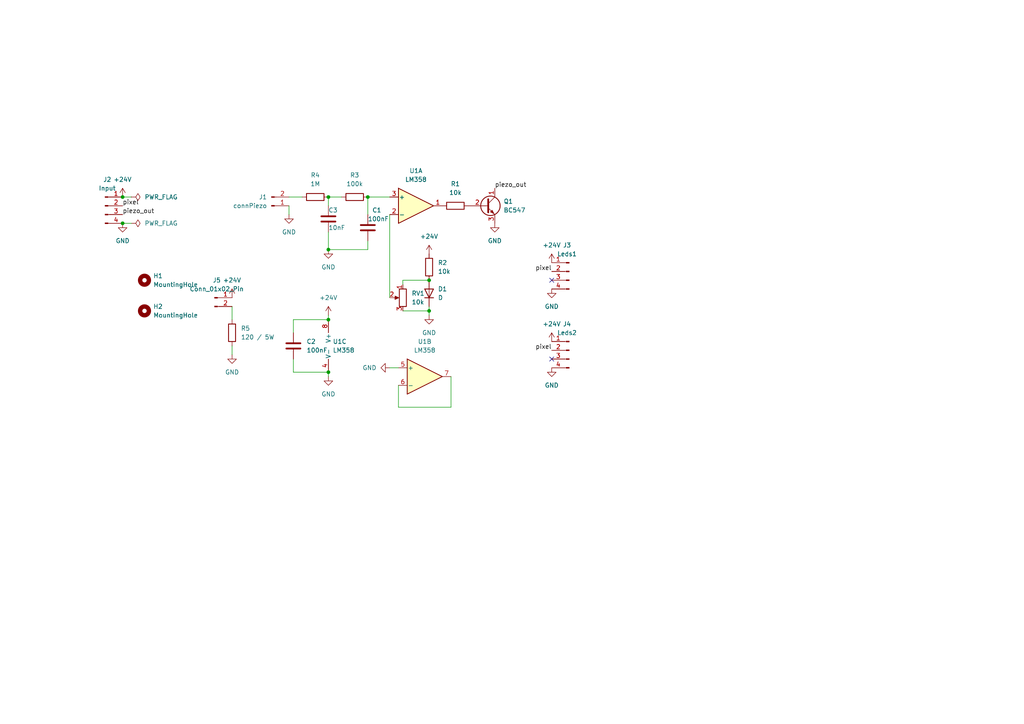
<source format=kicad_sch>
(kicad_sch (version 20230121) (generator eeschema)
  (paper "A4")
  (lib_symbols
    (symbol "Amplifier_Operational:LM358" (pin_names (offset 0.127))
      (property "Reference" "U" (at 0 5.08 0))
      (property "Value" "LM358" (at 0 -5.08 0))
      (symbol "LM358_1_1"
        (polyline (pts (xy -5.08 5.08) (xy 5.08 0) (xy -5.08 -5.08) (xy -5.08 5.08)) (stroke (width 0.254)) (fill (type background)))
        (pin output line (at 7.62 0 180) (length 2.54) (name "~") (number "1"))
        (pin input line (at -7.62 -2.54 0) (length 2.54) (name "-") (number "2"))
        (pin input line (at -7.62 2.54 0) (length 2.54) (name "+") (number "3"))
      )
      (symbol "LM358_2_1"
        (polyline (pts (xy -5.08 5.08) (xy 5.08 0) (xy -5.08 -5.08) (xy -5.08 5.08)) (stroke (width 0.254)) (fill (type background)))
        (pin input line (at -7.62 2.54 0) (length 2.54) (name "+") (number "5"))
        (pin input line (at -7.62 -2.54 0) (length 2.54) (name "-") (number "6"))
        (pin output line (at 7.62 0 180) (length 2.54) (name "~") (number "7"))
      )
      (symbol "LM358_3_1"
        (pin power_in line (at -2.54 -7.62 90) (length 3.81) (name "V-") (number "4"))
        (pin power_in line (at -2.54 7.62 270) (length 3.81) (name "V+") (number "8"))
      )
    )
    (symbol "Connector:Conn_01x02_Pin" (pin_names (offset 1.016) hide)
      (property "Reference" "J" (at 0 2.54 0))
      (property "Value" "Conn_01x02_Pin" (at 0 -5.08 0))
      (symbol "Conn_01x02_Pin_1_1"
        (polyline (pts (xy 1.27 -2.54) (xy 0.8636 -2.54)) (stroke (width 0.1524)))
        (polyline (pts (xy 1.27 0) (xy 0.8636 0)) (stroke (width 0.1524)))
        (rectangle (start 0.8636 -2.413) (end 0 -2.667) (stroke (width 0.1524)) (fill (type outline)))
        (rectangle (start 0.8636 0.127) (end 0 -0.127) (stroke (width 0.1524)) (fill (type outline)))
        (pin passive line (at 5.08 0 180) (length 3.81) (name "Pin_1") (number "1"))
        (pin passive line (at 5.08 -2.54 180) (length 3.81) (name "Pin_2") (number "2"))
      )
    )
    (symbol "Connector:Conn_01x04_Pin" (pin_names (offset 1.016) hide)
      (property "Reference" "J" (at 0 5.08 0))
      (property "Value" "Conn_01x04_Pin" (at 0 -7.62 0))
      (symbol "Conn_01x04_Pin_1_1"
        (polyline (pts (xy 1.27 -5.08) (xy 0.8636 -5.08)) (stroke (width 0.1524)))
        (polyline (pts (xy 1.27 -2.54) (xy 0.8636 -2.54)) (stroke (width 0.1524)))
        (polyline (pts (xy 1.27 0) (xy 0.8636 0)) (stroke (width 0.1524)))
        (polyline (pts (xy 1.27 2.54) (xy 0.8636 2.54)) (stroke (width 0.1524)))
        (rectangle (start 0.8636 -4.953) (end 0 -5.207) (stroke (width 0.1524)) (fill (type outline)))
        (rectangle (start 0.8636 -2.413) (end 0 -2.667) (stroke (width 0.1524)) (fill (type outline)))
        (rectangle (start 0.8636 0.127) (end 0 -0.127) (stroke (width 0.1524)) (fill (type outline)))
        (rectangle (start 0.8636 2.667) (end 0 2.413) (stroke (width 0.1524)) (fill (type outline)))
        (pin passive line (at 5.08 2.54 180) (length 3.81) (name "Pin_1") (number "1"))
        (pin passive line (at 5.08 0 180) (length 3.81) (name "Pin_2") (number "2"))
        (pin passive line (at 5.08 -2.54 180) (length 3.81) (name "Pin_3") (number "3"))
        (pin passive line (at 5.08 -5.08 180) (length 3.81) (name "Pin_4") (number "4"))
      )
    )
    (symbol "Device:C" (pin_numbers hide) (pin_names (offset 0.254))
      (property "Reference" "C" (at 0.635 2.54 0))
      (property "Value" "C" (at 0.635 -2.54 0))
      (symbol "C_0_1"
        (polyline (pts (xy -2.032 -0.762) (xy 2.032 -0.762)) (stroke (width 0.508)))
        (polyline (pts (xy -2.032 0.762) (xy 2.032 0.762)) (stroke (width 0.508)))
      )
      (symbol "C_1_1"
        (pin passive line (at 0 3.81 270) (length 2.794) (name "~") (number "1"))
        (pin passive line (at 0 -3.81 90) (length 2.794) (name "~") (number "2"))
      )
    )
    (symbol "Device:D" (pin_numbers hide) (pin_names (offset 1.016) hide)
      (property "Reference" "D" (at 0 2.54 0))
      (property "Value" "D" (at 0 -2.54 0))
      (symbol "D_0_1"
        (polyline (pts (xy -1.27 1.27) (xy -1.27 -1.27)) (stroke (width 0.254)))
        (polyline (pts (xy 1.27 0) (xy -1.27 0)))
        (polyline (pts (xy 1.27 1.27) (xy 1.27 -1.27) (xy -1.27 0) (xy 1.27 1.27)) (stroke (width 0.254)))
      )
      (symbol "D_1_1"
        (pin passive line (at -3.81 0 0) (length 2.54) (name "K") (number "1"))
        (pin passive line (at 3.81 0 180) (length 2.54) (name "A") (number "2"))
      )
    )
    (symbol "Device:R" (pin_numbers hide) (pin_names (offset 0))
      (property "Reference" "R" (at 2.032 0 90))
      (property "Value" "R" (at 0 0 90))
      (symbol "R_0_1"
        (rectangle (start -1.016 -2.54) (end 1.016 2.54) (stroke (width 0.254)))
      )
      (symbol "R_1_1"
        (pin passive line (at 0 3.81 270) (length 1.27) (name "~") (number "1"))
        (pin passive line (at 0 -3.81 90) (length 1.27) (name "~") (number "2"))
      )
    )
    (symbol "Device:R_Potentiometer" (pin_names (offset 1.016) hide)
      (property "Reference" "RV" (at -4.445 0 90))
      (property "Value" "R_Potentiometer" (at -2.54 0 90))
      (symbol "R_Potentiometer_0_1"
        (polyline (pts (xy 2.54 0) (xy 1.524 0)))
        (polyline (pts (xy 1.143 0) (xy 2.286 0.508) (xy 2.286 -0.508) (xy 1.143 0)) (fill (type outline)))
        (rectangle (start 1.016 2.54) (end -1.016 -2.54) (stroke (width 0.254)))
      )
      (symbol "R_Potentiometer_1_1"
        (pin passive line (at 0 3.81 270) (length 1.27) (name "1") (number "1"))
        (pin passive line (at 3.81 0 180) (length 1.27) (name "2") (number "2"))
        (pin passive line (at 0 -3.81 90) (length 1.27) (name "3") (number "3"))
      )
    )
    (symbol "Mechanical:MountingHole" (pin_names (offset 1.016))
      (property "Reference" "H" (at 0 5.08 0))
      (property "Value" "MountingHole" (at 0 3.175 0))
      (symbol "MountingHole_0_1"
        (circle (center 0 0) (radius 1.27) (stroke (width 1.27)))
      )
    )
    (symbol "Transistor_BJT:BC547" (pin_names (offset 0) hide)
      (property "Reference" "Q" (at 5.08 1.905 0))
      (property "Value" "BC547" (at 5.08 0 0))
      (symbol "BC547_0_1"
        (polyline (pts (xy 0 0) (xy 0.635 0)))
        (polyline (pts (xy 0.635 0.635) (xy 2.54 2.54)))
        (polyline (pts (xy 0.635 -0.635) (xy 2.54 -2.54) (xy 2.54 -2.54)))
        (polyline (pts (xy 0.635 1.905) (xy 0.635 -1.905) (xy 0.635 -1.905)) (stroke (width 0.508)))
        (polyline (pts (xy 1.27 -1.778) (xy 1.778 -1.27) (xy 2.286 -2.286) (xy 1.27 -1.778) (xy 1.27 -1.778)) (fill (type outline)))
        (circle (center 1.27 0) (radius 2.8194) (stroke (width 0.254)))
      )
      (symbol "BC547_1_1"
        (pin passive line (at 2.54 5.08 270) (length 2.54) (name "C") (number "1"))
        (pin input line (at -5.08 0 0) (length 5.08) (name "B") (number "2"))
        (pin passive line (at 2.54 -5.08 90) (length 2.54) (name "E") (number "3"))
      )
    )
    (symbol "power:+24V" (power) (pin_names (offset 0))
      (property "Value" "+24V" (at 0 3.556 0))
      (symbol "+24V_0_1"
        (polyline (pts (xy -0.762 1.27) (xy 0 2.54)))
        (polyline (pts (xy 0 0) (xy 0 2.54)))
        (polyline (pts (xy 0 2.54) (xy 0.762 1.27)))
      )
      (symbol "+24V_1_1"
        (pin power_in line (at 0 0 90) (length 0) hide (name "+24V") (number "1"))
      )
    )
    (symbol "power:GND" (power) (pin_names (offset 0))
      (property "Value" "GND" (at 0 -3.81 0))
      (symbol "GND_0_1"
        (polyline (pts (xy 0 0) (xy 0 -1.27) (xy 1.27 -1.27) (xy 0 -2.54) (xy -1.27 -1.27) (xy 0 -1.27)))
      )
      (symbol "GND_1_1"
        (pin power_in line (at 0 0 270) (length 0) hide (name "GND") (number "1"))
      )
    )
    (symbol "power:PWR_FLAG" (power) (pin_numbers hide) (pin_names (offset 0) hide)
      (property "Value" "PWR_FLAG" (at 0 3.81 0))
      (symbol "PWR_FLAG_0_0"
        (pin power_out line (at 0 0 90) (length 0) (name "pwr") (number "1"))
      )
      (symbol "PWR_FLAG_0_1"
        (polyline (pts (xy 0 0) (xy 0 1.27) (xy -1.016 1.905) (xy 0 2.54) (xy 1.016 1.905) (xy 0 1.27)))
      )
    )
  )
  (junction (at 95.25 57.15))
  (junction (at 35.56 64.77))
  (junction (at 35.56 57.15))
  (junction (at 124.46 81.28))
  (junction (at 95.25 72.39))
  (junction (at 95.25 92.71))
  (junction (at 95.25 107.95))
  (junction (at 124.46 90.17))
  (junction (at 106.68 57.15))
  (no_connect (at 160.02 81.28))
  (no_connect (at 160.02 104.14))
  (wire (pts (xy 85.09 107.95) (xy 95.25 107.95)))
  (wire (pts (xy 106.68 72.39) (xy 106.68 69.85)))
  (wire (pts (xy 106.68 57.15) (xy 106.68 62.23)))
  (wire (pts (xy 95.25 57.15) (xy 95.25 59.69)))
  (wire (pts (xy 95.25 67.31) (xy 95.25 72.39)))
  (wire (pts (xy 83.82 62.23) (xy 83.82 59.69)))
  (wire (pts (xy 83.82 57.15) (xy 87.63 57.15)))
  (wire (pts (xy 95.25 109.22) (xy 95.25 107.95)))
  (wire (pts (xy 95.25 57.15) (xy 99.06 57.15)))
  (wire (pts (xy 35.56 57.15) (xy 38.1 57.15)))
  (wire (pts (xy 124.46 91.44) (xy 124.46 90.17)))
  (wire (pts (xy 35.56 64.77) (xy 38.1 64.77)))
  (wire (pts (xy 95.25 72.39) (xy 106.68 72.39)))
  (wire (pts (xy 85.09 104.14) (xy 85.09 107.95)))
  (wire (pts (xy 116.84 82.55) (xy 116.84 81.28)))
  (wire (pts (xy 85.09 96.52) (xy 85.09 92.71)))
  (wire (pts (xy 124.46 90.17) (xy 124.46 88.9)))
  (wire (pts (xy 67.31 88.9) (xy 67.31 92.71)))
  (wire (pts (xy 106.68 57.15) (xy 113.03 57.15)))
  (wire (pts (xy 113.03 62.23) (xy 113.03 86.36)))
  (wire (pts (xy 115.57 118.11) (xy 130.81 118.11)))
  (wire (pts (xy 130.81 118.11) (xy 130.81 109.22)))
  (wire (pts (xy 116.84 81.28) (xy 124.46 81.28)))
  (wire (pts (xy 115.57 111.76) (xy 115.57 118.11)))
  (wire (pts (xy 85.09 92.71) (xy 95.25 92.71)))
  (wire (pts (xy 113.03 106.68) (xy 115.57 106.68)))
  (wire (pts (xy 95.25 91.44) (xy 95.25 92.71)))
  (wire (pts (xy 67.31 100.33) (xy 67.31 102.87)))
  (wire (pts (xy 116.84 90.17) (xy 124.46 90.17)))
  (label "piezo_out" (at 35.56 62.23 0))
  (label "pixel" (at 160.02 78.74 180))
  (label "pixel" (at 35.56 59.69 0))
  (label "pixel" (at 160.02 101.6 180))
  (label "piezo_out" (at 143.51 54.61 0))
  (symbol (lib_id "power:+24V") (at 95.25 91.44 0) (unit 1)
    (property "Reference" "#PWR01" (effects hide))
    (property "Value" "+24V" (at 95.25 86.36 0))
  )
  (symbol (lib_id "power:GND") (at 160.02 106.68 0) (unit 1)
    (property "Reference" "#PWR011" (effects hide))
    (property "Value" "GND" (at 160.02 111.76 0))
  )
  (symbol (lib_id "power:PWR_FLAG") (at 38.1 64.77 270) (unit 1)
    (property "Reference" "#FLG01" (effects hide))
    (property "Value" "PWR_FLAG" (at 41.91 64.77 90) (effects (justify left)))
  )
  (symbol (lib_id "Mechanical:MountingHole") (at 41.91 81.28 0) (unit 1)
    (property "Reference" "H1" (at 44.45 80.01 0) (effects (justify left)))
    (property "Value" "MountingHole" (at 44.45 82.55 0) (effects (justify left)))
    (property "Footprint" "MountingHole:MountingHole_3.2mm_M3" (effects hide))
  )
  (symbol (lib_id "Device:R") (at 132.08 59.69 90) (unit 1)
    (property "Reference" "R1" (at 132.08 53.34 90))
    (property "Value" "10k" (at 132.08 55.88 90))
    (property "Footprint" "Resistor_THT:R_Axial_DIN0204_L3.6mm_D1.6mm_P5.08mm_Horizontal" (effects hide))
  )
  (symbol (lib_id "Connector:Conn_01x04_Pin") (at 165.1 101.6 0) (mirror y) (unit 1)
    (property "Reference" "J4" (at 164.465 93.98 0))
    (property "Value" "Leds2" (at 164.465 96.52 0))
    (property "Footprint" "TerminalBlock:TerminalBlock_bornier-4_P5.08mm" (effects hide))
  )
  (symbol (lib_id "power:+24V") (at 35.56 57.15 0) (unit 1)
    (property "Reference" "#PWR07" (effects hide))
    (property "Value" "+24V" (at 35.56 52.07 0))
  )
  (symbol (lib_id "power:GND") (at 143.51 64.77 0) (unit 1)
    (property "Reference" "#PWR013" (effects hide))
    (property "Value" "GND" (at 143.51 69.85 0))
  )
  (symbol (lib_id "Device:C") (at 95.25 63.5 0) (unit 1)
    (property "Reference" "C3" (at 95.25 60.96 0) (effects (justify left)))
    (property "Value" "10nF" (at 95.25 66.04 0) (effects (justify left)))
    (property "Footprint" "Capacitor_THT:C_Rect_L4.0mm_W2.5mm_P2.50mm" (effects hide))
  )
  (symbol (lib_id "Amplifier_Operational:LM358") (at 123.19 109.22 0) (unit 2)
    (property "Reference" "U1" (at 123.19 99.06 0))
    (property "Value" "LM358" (at 123.19 101.6 0))
    (property "Footprint" "Package_DIP:DIP-8_W7.62mm_Socket" (effects hide))
    (property "Datasheet" "http://www.ti.com/lit/ds/symlink/lm2904-n.pdf" (effects hide))
  )
  (symbol (lib_id "power:GND") (at 160.02 83.82 0) (unit 1)
    (property "Reference" "#PWR09" (effects hide))
    (property "Value" "GND" (at 160.02 88.9 0))
  )
  (symbol (lib_id "Device:R") (at 91.44 57.15 270) (unit 1)
    (property "Reference" "R4" (at 91.44 50.8 90))
    (property "Value" "1M" (at 91.44 53.34 90))
    (property "Footprint" "Resistor_THT:R_Axial_DIN0204_L3.6mm_D1.6mm_P5.08mm_Horizontal" (effects hide))
  )
  (symbol (lib_id "power:+24V") (at 160.02 99.06 0) (unit 1)
    (property "Reference" "#PWR010" (effects hide))
    (property "Value" "+24V" (at 160.02 93.98 0))
  )
  (symbol (lib_id "Device:R") (at 102.87 57.15 270) (unit 1)
    (property "Reference" "R3" (at 102.87 50.8 90))
    (property "Value" "100k" (at 102.87 53.34 90))
    (property "Footprint" "Resistor_THT:R_Axial_DIN0204_L3.6mm_D1.6mm_P5.08mm_Horizontal" (effects hide))
  )
  (symbol (lib_id "Mechanical:MountingHole") (at 41.91 90.17 0) (unit 1)
    (property "Reference" "H2" (at 44.45 88.9 0) (effects (justify left)))
    (property "Value" "MountingHole" (at 44.45 91.44 0) (effects (justify left)))
    (property "Footprint" "MountingHole:MountingHole_3.2mm_M3" (effects hide))
  )
  (symbol (lib_id "Device:R_Potentiometer") (at 116.84 86.36 0) (mirror y) (unit 1)
    (property "Reference" "RV1" (at 119.38 85.09 0) (effects (justify right)))
    (property "Value" "10k" (at 119.38 87.63 0) (effects (justify right)))
    (property "Footprint" "Potentiometer_THT:Potentiometer_Piher_PT-10-V10_Vertical" (effects hide))
  )
  (symbol (lib_id "power:GND") (at 95.25 72.39 0) (unit 1)
    (property "Reference" "#PWR012" (effects hide))
    (property "Value" "GND" (at 95.25 77.47 0))
  )
  (symbol (lib_id "Connector:Conn_01x02_Pin") (at 62.23 86.36 0) (unit 1)
    (property "Reference" "J5" (at 62.865 81.28 0))
    (property "Value" "Conn_01x02_Pin" (at 62.865 83.82 0))
    (property "Footprint" "Connector_PinHeader_2.54mm:PinHeader_1x02_P2.54mm_Vertical" (effects hide))
  )
  (symbol (lib_id "Amplifier_Operational:LM358") (at 97.79 100.33 0) (unit 3)
    (property "Reference" "U1" (at 96.52 99.06 0) (effects (justify left)))
    (property "Value" "LM358" (at 96.52 101.6 0) (effects (justify left)))
    (property "Footprint" "Package_DIP:DIP-8_W7.62mm_Socket" (effects hide))
    (property "Datasheet" "http://www.ti.com/lit/ds/symlink/lm2904-n.pdf" (effects hide))
  )
  (symbol (lib_id "power:GND") (at 35.56 64.77 0) (unit 1)
    (property "Reference" "#PWR03" (effects hide))
    (property "Value" "GND" (at 35.56 69.85 0))
  )
  (symbol (lib_id "Device:C") (at 85.09 100.33 0) (unit 1)
    (property "Reference" "C2" (at 88.9 99.06 0) (effects (justify left)))
    (property "Value" "100nF" (at 88.9 101.6 0) (effects (justify left)))
    (property "Footprint" "Capacitor_THT:C_Rect_L4.0mm_W2.5mm_P2.50mm" (effects hide))
  )
  (symbol (lib_id "Device:R") (at 67.31 96.52 180) (unit 1)
    (property "Reference" "R5" (at 69.85 95.25 0) (effects (justify right)))
    (property "Value" "120 / 5W" (at 69.85 97.79 0) (effects (justify right)))
    (property "Footprint" "Resistor_THT:R_Axial_Power_L25.0mm_W9.0mm_P27.94mm" (effects hide))
  )
  (symbol (lib_id "power:PWR_FLAG") (at 38.1 57.15 270) (unit 1)
    (property "Reference" "#FLG02" (effects hide))
    (property "Value" "PWR_FLAG" (at 41.91 57.15 90) (effects (justify left)))
  )
  (symbol (lib_id "Connector:Conn_01x04_Pin") (at 30.48 59.69 0) (unit 1)
    (property "Reference" "J2" (at 31.115 52.07 0))
    (property "Value" "Input" (at 31.115 54.61 0))
    (property "Footprint" "TerminalBlock:TerminalBlock_bornier-4_P5.08mm" (effects hide))
  )
  (symbol (lib_id "Connector:Conn_01x02_Pin") (at 78.74 59.69 0) (mirror x) (unit 1)
    (property "Reference" "J1" (at 77.47 57.15 0) (effects (justify right)))
    (property "Value" "connPiezo" (at 77.47 59.69 0) (effects (justify right)))
    (property "Footprint" "TerminalBlock:TerminalBlock_bornier-2_P5.08mm" (effects hide))
    (property "Sim.Enable" "0" (effects hide))
  )
  (symbol (lib_id "power:GND") (at 95.25 109.22 0) (unit 1)
    (property "Reference" "#PWR02" (effects hide))
    (property "Value" "GND" (at 95.25 114.3 0))
  )
  (symbol (lib_id "Device:D") (at 124.46 85.09 90) (unit 1)
    (property "Reference" "D1" (at 127 83.82 90) (effects (justify right)))
    (property "Value" "D" (at 127 86.36 90) (effects (justify right)))
    (property "Footprint" "Diode_THT:D_A-405_P7.62mm_Horizontal" (effects hide))
    (property "Sim.Device" "D" (effects hide))
    (property "Sim.Pins" "1=K 2=A" (effects hide))
  )
  (symbol (lib_id "power:+24V") (at 160.02 76.2 0) (unit 1)
    (property "Reference" "#PWR08" (effects hide))
    (property "Value" "+24V" (at 160.02 71.12 0))
  )
  (symbol (lib_id "power:GND") (at 67.31 102.87 0) (unit 1)
    (property "Reference" "#PWR016" (effects hide))
    (property "Value" "GND" (at 67.31 107.95 0))
  )
  (symbol (lib_id "power:GND") (at 113.03 106.68 270) (unit 1)
    (property "Reference" "#PWR04" (effects hide))
    (property "Value" "GND" (at 109.22 106.68 90) (effects (justify right)))
  )
  (symbol (lib_id "power:+24V") (at 124.46 73.66 0) (unit 1)
    (property "Reference" "#PWR015" (effects hide))
    (property "Value" "+24V" (at 124.46 68.58 0))
  )
  (symbol (lib_id "power:GND") (at 124.46 91.44 0) (unit 1)
    (property "Reference" "#PWR06" (effects hide))
    (property "Value" "GND" (at 124.46 96.52 0))
  )
  (symbol (lib_id "Device:R") (at 124.46 77.47 0) (unit 1)
    (property "Reference" "R2" (at 127 76.2 0) (effects (justify left)))
    (property "Value" "10k" (at 127 78.74 0) (effects (justify left)))
    (property "Footprint" "Resistor_THT:R_Axial_DIN0204_L3.6mm_D1.6mm_P5.08mm_Horizontal" (effects hide))
  )
  (symbol (lib_id "power:GND") (at 83.82 62.23 0) (unit 1)
    (property "Reference" "#PWR05" (effects hide))
    (property "Value" "GND" (at 83.82 67.31 0))
  )
  (symbol (lib_id "Device:C") (at 106.68 66.04 0) (unit 1)
    (property "Reference" "C1" (at 107.95 60.96 0) (effects (justify left)))
    (property "Value" "100nF" (at 106.68 63.5 0) (effects (justify left)))
    (property "Footprint" "Capacitor_THT:C_Rect_L4.0mm_W2.5mm_P2.50mm" (effects hide))
  )
  (symbol (lib_id "Amplifier_Operational:LM358") (at 120.65 59.69 0) (unit 1)
    (property "Reference" "U1" (at 120.65 49.53 0))
    (property "Value" "LM358" (at 120.65 52.07 0))
    (property "Footprint" "Package_DIP:DIP-8_W7.62mm_Socket" (effects hide))
    (property "Datasheet" "http://www.ti.com/lit/ds/symlink/lm2904-n.pdf" (effects hide))
  )
  (symbol (lib_id "power:+24V") (at 67.31 86.36 0) (unit 1)
    (property "Reference" "#PWR014" (effects hide))
    (property "Value" "+24V" (at 67.31 81.28 0))
  )
  (symbol (lib_id "Connector:Conn_01x04_Pin") (at 165.1 78.74 0) (mirror y) (unit 1)
    (property "Reference" "J3" (at 164.465 71.12 0))
    (property "Value" "Leds1" (at 164.465 73.66 0))
    (property "Footprint" "TerminalBlock:TerminalBlock_bornier-4_P5.08mm" (effects hide))
  )
  (symbol (lib_id "Transistor_BJT:BC547") (at 140.97 59.69 0) (unit 1)
    (property "Reference" "Q1" (at 146.05 58.42 0) (effects (justify left)))
    (property "Value" "BC547" (at 146.05 60.96 0) (effects (justify left)))
    (property "Footprint" "Package_TO_SOT_THT:TO-92_Inline" (effects hide))
    (property "Datasheet" "https://www.onsemi.com/pub/Collateral/BC550-D.pdf" (effects hide))
  )
)
</source>
